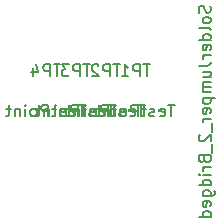
<source format=gbr>
%TF.GenerationSoftware,KiCad,Pcbnew,6.0.2+dfsg-1*%
%TF.CreationDate,2023-02-09T12:57:18+13:00*%
%TF.ProjectId,BRAWN-100_LOGIC,42524157-4e2d-4313-9030-5f4c4f474943,v1.0*%
%TF.SameCoordinates,Original*%
%TF.FileFunction,AssemblyDrawing,Bot*%
%FSLAX46Y46*%
G04 Gerber Fmt 4.6, Leading zero omitted, Abs format (unit mm)*
G04 Created by KiCad (PCBNEW 6.0.2+dfsg-1) date 2023-02-09 12:57:18*
%MOMM*%
%LPD*%
G01*
G04 APERTURE LIST*
%ADD10C,0.150000*%
G04 APERTURE END LIST*
D10*
%TO.C,TP1*%
X204603333Y-152472380D02*
X204031904Y-152472380D01*
X204317619Y-153472380D02*
X204317619Y-152472380D01*
X203317619Y-153424761D02*
X203412857Y-153472380D01*
X203603333Y-153472380D01*
X203698571Y-153424761D01*
X203746190Y-153329523D01*
X203746190Y-152948571D01*
X203698571Y-152853333D01*
X203603333Y-152805714D01*
X203412857Y-152805714D01*
X203317619Y-152853333D01*
X203270000Y-152948571D01*
X203270000Y-153043809D01*
X203746190Y-153139047D01*
X202889047Y-153424761D02*
X202793809Y-153472380D01*
X202603333Y-153472380D01*
X202508095Y-153424761D01*
X202460476Y-153329523D01*
X202460476Y-153281904D01*
X202508095Y-153186666D01*
X202603333Y-153139047D01*
X202746190Y-153139047D01*
X202841428Y-153091428D01*
X202889047Y-152996190D01*
X202889047Y-152948571D01*
X202841428Y-152853333D01*
X202746190Y-152805714D01*
X202603333Y-152805714D01*
X202508095Y-152853333D01*
X202174761Y-152805714D02*
X201793809Y-152805714D01*
X202031904Y-152472380D02*
X202031904Y-153329523D01*
X201984285Y-153424761D01*
X201889047Y-153472380D01*
X201793809Y-153472380D01*
X201460476Y-153472380D02*
X201460476Y-152472380D01*
X201079523Y-152472380D01*
X200984285Y-152520000D01*
X200936666Y-152567619D01*
X200889047Y-152662857D01*
X200889047Y-152805714D01*
X200936666Y-152900952D01*
X200984285Y-152948571D01*
X201079523Y-152996190D01*
X201460476Y-152996190D01*
X200317619Y-153472380D02*
X200412857Y-153424761D01*
X200460476Y-153377142D01*
X200508095Y-153281904D01*
X200508095Y-152996190D01*
X200460476Y-152900952D01*
X200412857Y-152853333D01*
X200317619Y-152805714D01*
X200174761Y-152805714D01*
X200079523Y-152853333D01*
X200031904Y-152900952D01*
X199984285Y-152996190D01*
X199984285Y-153281904D01*
X200031904Y-153377142D01*
X200079523Y-153424761D01*
X200174761Y-153472380D01*
X200317619Y-153472380D01*
X199555714Y-153472380D02*
X199555714Y-152805714D01*
X199555714Y-152472380D02*
X199603333Y-152520000D01*
X199555714Y-152567619D01*
X199508095Y-152520000D01*
X199555714Y-152472380D01*
X199555714Y-152567619D01*
X199079523Y-152805714D02*
X199079523Y-153472380D01*
X199079523Y-152900952D02*
X199031904Y-152853333D01*
X198936666Y-152805714D01*
X198793809Y-152805714D01*
X198698571Y-152853333D01*
X198650952Y-152948571D01*
X198650952Y-153472380D01*
X198317619Y-152805714D02*
X197936666Y-152805714D01*
X198174761Y-152472380D02*
X198174761Y-153329523D01*
X198127142Y-153424761D01*
X198031904Y-153472380D01*
X197936666Y-153472380D01*
X202531904Y-149072380D02*
X201960476Y-149072380D01*
X202246190Y-150072380D02*
X202246190Y-149072380D01*
X201627142Y-150072380D02*
X201627142Y-149072380D01*
X201246190Y-149072380D01*
X201150952Y-149120000D01*
X201103333Y-149167619D01*
X201055714Y-149262857D01*
X201055714Y-149405714D01*
X201103333Y-149500952D01*
X201150952Y-149548571D01*
X201246190Y-149596190D01*
X201627142Y-149596190D01*
X200103333Y-150072380D02*
X200674761Y-150072380D01*
X200389047Y-150072380D02*
X200389047Y-149072380D01*
X200484285Y-149215238D01*
X200579523Y-149310476D01*
X200674761Y-149358095D01*
%TO.C,TP2*%
X202063333Y-152472380D02*
X201491904Y-152472380D01*
X201777619Y-153472380D02*
X201777619Y-152472380D01*
X200777619Y-153424761D02*
X200872857Y-153472380D01*
X201063333Y-153472380D01*
X201158571Y-153424761D01*
X201206190Y-153329523D01*
X201206190Y-152948571D01*
X201158571Y-152853333D01*
X201063333Y-152805714D01*
X200872857Y-152805714D01*
X200777619Y-152853333D01*
X200730000Y-152948571D01*
X200730000Y-153043809D01*
X201206190Y-153139047D01*
X200349047Y-153424761D02*
X200253809Y-153472380D01*
X200063333Y-153472380D01*
X199968095Y-153424761D01*
X199920476Y-153329523D01*
X199920476Y-153281904D01*
X199968095Y-153186666D01*
X200063333Y-153139047D01*
X200206190Y-153139047D01*
X200301428Y-153091428D01*
X200349047Y-152996190D01*
X200349047Y-152948571D01*
X200301428Y-152853333D01*
X200206190Y-152805714D01*
X200063333Y-152805714D01*
X199968095Y-152853333D01*
X199634761Y-152805714D02*
X199253809Y-152805714D01*
X199491904Y-152472380D02*
X199491904Y-153329523D01*
X199444285Y-153424761D01*
X199349047Y-153472380D01*
X199253809Y-153472380D01*
X198920476Y-153472380D02*
X198920476Y-152472380D01*
X198539523Y-152472380D01*
X198444285Y-152520000D01*
X198396666Y-152567619D01*
X198349047Y-152662857D01*
X198349047Y-152805714D01*
X198396666Y-152900952D01*
X198444285Y-152948571D01*
X198539523Y-152996190D01*
X198920476Y-152996190D01*
X197777619Y-153472380D02*
X197872857Y-153424761D01*
X197920476Y-153377142D01*
X197968095Y-153281904D01*
X197968095Y-152996190D01*
X197920476Y-152900952D01*
X197872857Y-152853333D01*
X197777619Y-152805714D01*
X197634761Y-152805714D01*
X197539523Y-152853333D01*
X197491904Y-152900952D01*
X197444285Y-152996190D01*
X197444285Y-153281904D01*
X197491904Y-153377142D01*
X197539523Y-153424761D01*
X197634761Y-153472380D01*
X197777619Y-153472380D01*
X197015714Y-153472380D02*
X197015714Y-152805714D01*
X197015714Y-152472380D02*
X197063333Y-152520000D01*
X197015714Y-152567619D01*
X196968095Y-152520000D01*
X197015714Y-152472380D01*
X197015714Y-152567619D01*
X196539523Y-152805714D02*
X196539523Y-153472380D01*
X196539523Y-152900952D02*
X196491904Y-152853333D01*
X196396666Y-152805714D01*
X196253809Y-152805714D01*
X196158571Y-152853333D01*
X196110952Y-152948571D01*
X196110952Y-153472380D01*
X195777619Y-152805714D02*
X195396666Y-152805714D01*
X195634761Y-152472380D02*
X195634761Y-153329523D01*
X195587142Y-153424761D01*
X195491904Y-153472380D01*
X195396666Y-153472380D01*
X199991904Y-149072380D02*
X199420476Y-149072380D01*
X199706190Y-150072380D02*
X199706190Y-149072380D01*
X199087142Y-150072380D02*
X199087142Y-149072380D01*
X198706190Y-149072380D01*
X198610952Y-149120000D01*
X198563333Y-149167619D01*
X198515714Y-149262857D01*
X198515714Y-149405714D01*
X198563333Y-149500952D01*
X198610952Y-149548571D01*
X198706190Y-149596190D01*
X199087142Y-149596190D01*
X198134761Y-149167619D02*
X198087142Y-149120000D01*
X197991904Y-149072380D01*
X197753809Y-149072380D01*
X197658571Y-149120000D01*
X197610952Y-149167619D01*
X197563333Y-149262857D01*
X197563333Y-149358095D01*
X197610952Y-149500952D01*
X198182380Y-150072380D01*
X197563333Y-150072380D01*
%TO.C,TP3*%
X199523333Y-152472380D02*
X198951904Y-152472380D01*
X199237619Y-153472380D02*
X199237619Y-152472380D01*
X198237619Y-153424761D02*
X198332857Y-153472380D01*
X198523333Y-153472380D01*
X198618571Y-153424761D01*
X198666190Y-153329523D01*
X198666190Y-152948571D01*
X198618571Y-152853333D01*
X198523333Y-152805714D01*
X198332857Y-152805714D01*
X198237619Y-152853333D01*
X198190000Y-152948571D01*
X198190000Y-153043809D01*
X198666190Y-153139047D01*
X197809047Y-153424761D02*
X197713809Y-153472380D01*
X197523333Y-153472380D01*
X197428095Y-153424761D01*
X197380476Y-153329523D01*
X197380476Y-153281904D01*
X197428095Y-153186666D01*
X197523333Y-153139047D01*
X197666190Y-153139047D01*
X197761428Y-153091428D01*
X197809047Y-152996190D01*
X197809047Y-152948571D01*
X197761428Y-152853333D01*
X197666190Y-152805714D01*
X197523333Y-152805714D01*
X197428095Y-152853333D01*
X197094761Y-152805714D02*
X196713809Y-152805714D01*
X196951904Y-152472380D02*
X196951904Y-153329523D01*
X196904285Y-153424761D01*
X196809047Y-153472380D01*
X196713809Y-153472380D01*
X196380476Y-153472380D02*
X196380476Y-152472380D01*
X195999523Y-152472380D01*
X195904285Y-152520000D01*
X195856666Y-152567619D01*
X195809047Y-152662857D01*
X195809047Y-152805714D01*
X195856666Y-152900952D01*
X195904285Y-152948571D01*
X195999523Y-152996190D01*
X196380476Y-152996190D01*
X195237619Y-153472380D02*
X195332857Y-153424761D01*
X195380476Y-153377142D01*
X195428095Y-153281904D01*
X195428095Y-152996190D01*
X195380476Y-152900952D01*
X195332857Y-152853333D01*
X195237619Y-152805714D01*
X195094761Y-152805714D01*
X194999523Y-152853333D01*
X194951904Y-152900952D01*
X194904285Y-152996190D01*
X194904285Y-153281904D01*
X194951904Y-153377142D01*
X194999523Y-153424761D01*
X195094761Y-153472380D01*
X195237619Y-153472380D01*
X194475714Y-153472380D02*
X194475714Y-152805714D01*
X194475714Y-152472380D02*
X194523333Y-152520000D01*
X194475714Y-152567619D01*
X194428095Y-152520000D01*
X194475714Y-152472380D01*
X194475714Y-152567619D01*
X193999523Y-152805714D02*
X193999523Y-153472380D01*
X193999523Y-152900952D02*
X193951904Y-152853333D01*
X193856666Y-152805714D01*
X193713809Y-152805714D01*
X193618571Y-152853333D01*
X193570952Y-152948571D01*
X193570952Y-153472380D01*
X193237619Y-152805714D02*
X192856666Y-152805714D01*
X193094761Y-152472380D02*
X193094761Y-153329523D01*
X193047142Y-153424761D01*
X192951904Y-153472380D01*
X192856666Y-153472380D01*
X197451904Y-149072380D02*
X196880476Y-149072380D01*
X197166190Y-150072380D02*
X197166190Y-149072380D01*
X196547142Y-150072380D02*
X196547142Y-149072380D01*
X196166190Y-149072380D01*
X196070952Y-149120000D01*
X196023333Y-149167619D01*
X195975714Y-149262857D01*
X195975714Y-149405714D01*
X196023333Y-149500952D01*
X196070952Y-149548571D01*
X196166190Y-149596190D01*
X196547142Y-149596190D01*
X195642380Y-149072380D02*
X195023333Y-149072380D01*
X195356666Y-149453333D01*
X195213809Y-149453333D01*
X195118571Y-149500952D01*
X195070952Y-149548571D01*
X195023333Y-149643809D01*
X195023333Y-149881904D01*
X195070952Y-149977142D01*
X195118571Y-150024761D01*
X195213809Y-150072380D01*
X195499523Y-150072380D01*
X195594761Y-150024761D01*
X195642380Y-149977142D01*
%TO.C,TP4*%
X196998333Y-152472380D02*
X196426904Y-152472380D01*
X196712619Y-153472380D02*
X196712619Y-152472380D01*
X195712619Y-153424761D02*
X195807857Y-153472380D01*
X195998333Y-153472380D01*
X196093571Y-153424761D01*
X196141190Y-153329523D01*
X196141190Y-152948571D01*
X196093571Y-152853333D01*
X195998333Y-152805714D01*
X195807857Y-152805714D01*
X195712619Y-152853333D01*
X195665000Y-152948571D01*
X195665000Y-153043809D01*
X196141190Y-153139047D01*
X195284047Y-153424761D02*
X195188809Y-153472380D01*
X194998333Y-153472380D01*
X194903095Y-153424761D01*
X194855476Y-153329523D01*
X194855476Y-153281904D01*
X194903095Y-153186666D01*
X194998333Y-153139047D01*
X195141190Y-153139047D01*
X195236428Y-153091428D01*
X195284047Y-152996190D01*
X195284047Y-152948571D01*
X195236428Y-152853333D01*
X195141190Y-152805714D01*
X194998333Y-152805714D01*
X194903095Y-152853333D01*
X194569761Y-152805714D02*
X194188809Y-152805714D01*
X194426904Y-152472380D02*
X194426904Y-153329523D01*
X194379285Y-153424761D01*
X194284047Y-153472380D01*
X194188809Y-153472380D01*
X193855476Y-153472380D02*
X193855476Y-152472380D01*
X193474523Y-152472380D01*
X193379285Y-152520000D01*
X193331666Y-152567619D01*
X193284047Y-152662857D01*
X193284047Y-152805714D01*
X193331666Y-152900952D01*
X193379285Y-152948571D01*
X193474523Y-152996190D01*
X193855476Y-152996190D01*
X192712619Y-153472380D02*
X192807857Y-153424761D01*
X192855476Y-153377142D01*
X192903095Y-153281904D01*
X192903095Y-152996190D01*
X192855476Y-152900952D01*
X192807857Y-152853333D01*
X192712619Y-152805714D01*
X192569761Y-152805714D01*
X192474523Y-152853333D01*
X192426904Y-152900952D01*
X192379285Y-152996190D01*
X192379285Y-153281904D01*
X192426904Y-153377142D01*
X192474523Y-153424761D01*
X192569761Y-153472380D01*
X192712619Y-153472380D01*
X191950714Y-153472380D02*
X191950714Y-152805714D01*
X191950714Y-152472380D02*
X191998333Y-152520000D01*
X191950714Y-152567619D01*
X191903095Y-152520000D01*
X191950714Y-152472380D01*
X191950714Y-152567619D01*
X191474523Y-152805714D02*
X191474523Y-153472380D01*
X191474523Y-152900952D02*
X191426904Y-152853333D01*
X191331666Y-152805714D01*
X191188809Y-152805714D01*
X191093571Y-152853333D01*
X191045952Y-152948571D01*
X191045952Y-153472380D01*
X190712619Y-152805714D02*
X190331666Y-152805714D01*
X190569761Y-152472380D02*
X190569761Y-153329523D01*
X190522142Y-153424761D01*
X190426904Y-153472380D01*
X190331666Y-153472380D01*
X194926904Y-149072380D02*
X194355476Y-149072380D01*
X194641190Y-150072380D02*
X194641190Y-149072380D01*
X194022142Y-150072380D02*
X194022142Y-149072380D01*
X193641190Y-149072380D01*
X193545952Y-149120000D01*
X193498333Y-149167619D01*
X193450714Y-149262857D01*
X193450714Y-149405714D01*
X193498333Y-149500952D01*
X193545952Y-149548571D01*
X193641190Y-149596190D01*
X194022142Y-149596190D01*
X192593571Y-149405714D02*
X192593571Y-150072380D01*
X192831666Y-149024761D02*
X193069761Y-149739047D01*
X192450714Y-149739047D01*
%TO.C,JP1*%
X207595008Y-144112485D02*
X207642627Y-144255342D01*
X207642627Y-144493437D01*
X207595008Y-144588675D01*
X207547389Y-144636294D01*
X207452151Y-144683913D01*
X207356913Y-144683913D01*
X207261675Y-144636294D01*
X207214056Y-144588675D01*
X207166437Y-144493437D01*
X207118818Y-144302961D01*
X207071199Y-144207723D01*
X207023580Y-144160104D01*
X206928342Y-144112485D01*
X206833104Y-144112485D01*
X206737866Y-144160104D01*
X206690247Y-144207723D01*
X206642627Y-144302961D01*
X206642627Y-144541056D01*
X206690247Y-144683913D01*
X207642627Y-145255342D02*
X207595008Y-145160104D01*
X207547389Y-145112485D01*
X207452151Y-145064866D01*
X207166437Y-145064866D01*
X207071199Y-145112485D01*
X207023580Y-145160104D01*
X206975961Y-145255342D01*
X206975961Y-145398199D01*
X207023580Y-145493437D01*
X207071199Y-145541056D01*
X207166437Y-145588675D01*
X207452151Y-145588675D01*
X207547389Y-145541056D01*
X207595008Y-145493437D01*
X207642627Y-145398199D01*
X207642627Y-145255342D01*
X207642627Y-146160104D02*
X207595008Y-146064866D01*
X207499770Y-146017246D01*
X206642627Y-146017246D01*
X207642627Y-146969627D02*
X206642627Y-146969627D01*
X207595008Y-146969627D02*
X207642627Y-146874389D01*
X207642627Y-146683913D01*
X207595008Y-146588675D01*
X207547389Y-146541056D01*
X207452151Y-146493437D01*
X207166437Y-146493437D01*
X207071199Y-146541056D01*
X207023580Y-146588675D01*
X206975961Y-146683913D01*
X206975961Y-146874389D01*
X207023580Y-146969627D01*
X207595008Y-147826770D02*
X207642627Y-147731532D01*
X207642627Y-147541056D01*
X207595008Y-147445818D01*
X207499770Y-147398199D01*
X207118818Y-147398199D01*
X207023580Y-147445818D01*
X206975961Y-147541056D01*
X206975961Y-147731532D01*
X207023580Y-147826770D01*
X207118818Y-147874389D01*
X207214056Y-147874389D01*
X207309294Y-147398199D01*
X207642627Y-148302961D02*
X206975961Y-148302961D01*
X207166437Y-148302961D02*
X207071199Y-148350580D01*
X207023580Y-148398199D01*
X206975961Y-148493437D01*
X206975961Y-148588675D01*
X206642627Y-149207723D02*
X207356913Y-149207723D01*
X207499770Y-149160104D01*
X207595008Y-149064866D01*
X207642627Y-148922008D01*
X207642627Y-148826770D01*
X206975961Y-150112485D02*
X207642627Y-150112485D01*
X206975961Y-149683913D02*
X207499770Y-149683913D01*
X207595008Y-149731532D01*
X207642627Y-149826770D01*
X207642627Y-149969627D01*
X207595008Y-150064866D01*
X207547389Y-150112485D01*
X207642627Y-150588675D02*
X206975961Y-150588675D01*
X207071199Y-150588675D02*
X207023580Y-150636294D01*
X206975961Y-150731532D01*
X206975961Y-150874389D01*
X207023580Y-150969627D01*
X207118818Y-151017246D01*
X207642627Y-151017246D01*
X207118818Y-151017246D02*
X207023580Y-151064866D01*
X206975961Y-151160104D01*
X206975961Y-151302961D01*
X207023580Y-151398199D01*
X207118818Y-151445818D01*
X207642627Y-151445818D01*
X206975961Y-151922008D02*
X207975961Y-151922008D01*
X207023580Y-151922008D02*
X206975961Y-152017246D01*
X206975961Y-152207723D01*
X207023580Y-152302961D01*
X207071199Y-152350580D01*
X207166437Y-152398199D01*
X207452151Y-152398199D01*
X207547389Y-152350580D01*
X207595008Y-152302961D01*
X207642627Y-152207723D01*
X207642627Y-152017246D01*
X207595008Y-151922008D01*
X207595008Y-153207723D02*
X207642627Y-153112485D01*
X207642627Y-152922008D01*
X207595008Y-152826770D01*
X207499770Y-152779151D01*
X207118818Y-152779151D01*
X207023580Y-152826770D01*
X206975961Y-152922008D01*
X206975961Y-153112485D01*
X207023580Y-153207723D01*
X207118818Y-153255342D01*
X207214056Y-153255342D01*
X207309294Y-152779151D01*
X207642627Y-153683913D02*
X206975961Y-153683913D01*
X207166437Y-153683913D02*
X207071199Y-153731532D01*
X207023580Y-153779151D01*
X206975961Y-153874389D01*
X206975961Y-153969627D01*
X207737866Y-154064866D02*
X207737866Y-154826770D01*
X206737866Y-155017246D02*
X206690247Y-155064866D01*
X206642627Y-155160104D01*
X206642627Y-155398199D01*
X206690247Y-155493437D01*
X206737866Y-155541056D01*
X206833104Y-155588675D01*
X206928342Y-155588675D01*
X207071199Y-155541056D01*
X207642627Y-154969627D01*
X207642627Y-155588675D01*
X207737866Y-155779151D02*
X207737866Y-156541056D01*
X207118818Y-157112485D02*
X207166437Y-157255342D01*
X207214056Y-157302961D01*
X207309294Y-157350580D01*
X207452151Y-157350580D01*
X207547389Y-157302961D01*
X207595008Y-157255342D01*
X207642627Y-157160104D01*
X207642627Y-156779151D01*
X206642627Y-156779151D01*
X206642627Y-157112485D01*
X206690247Y-157207723D01*
X206737866Y-157255342D01*
X206833104Y-157302961D01*
X206928342Y-157302961D01*
X207023580Y-157255342D01*
X207071199Y-157207723D01*
X207118818Y-157112485D01*
X207118818Y-156779151D01*
X207642627Y-157779151D02*
X206975961Y-157779151D01*
X207166437Y-157779151D02*
X207071199Y-157826770D01*
X207023580Y-157874389D01*
X206975961Y-157969627D01*
X206975961Y-158064866D01*
X207642627Y-158398199D02*
X206975961Y-158398199D01*
X206642627Y-158398199D02*
X206690247Y-158350580D01*
X206737866Y-158398199D01*
X206690247Y-158445818D01*
X206642627Y-158398199D01*
X206737866Y-158398199D01*
X207642627Y-159302961D02*
X206642627Y-159302961D01*
X207595008Y-159302961D02*
X207642627Y-159207723D01*
X207642627Y-159017246D01*
X207595008Y-158922008D01*
X207547389Y-158874389D01*
X207452151Y-158826770D01*
X207166437Y-158826770D01*
X207071199Y-158874389D01*
X207023580Y-158922008D01*
X206975961Y-159017246D01*
X206975961Y-159207723D01*
X207023580Y-159302961D01*
X206975961Y-160207723D02*
X207785485Y-160207723D01*
X207880723Y-160160104D01*
X207928342Y-160112485D01*
X207975961Y-160017246D01*
X207975961Y-159874389D01*
X207928342Y-159779151D01*
X207595008Y-160207723D02*
X207642627Y-160112485D01*
X207642627Y-159922008D01*
X207595008Y-159826770D01*
X207547389Y-159779151D01*
X207452151Y-159731532D01*
X207166437Y-159731532D01*
X207071199Y-159779151D01*
X207023580Y-159826770D01*
X206975961Y-159922008D01*
X206975961Y-160112485D01*
X207023580Y-160207723D01*
X207595008Y-161064866D02*
X207642627Y-160969627D01*
X207642627Y-160779151D01*
X207595008Y-160683913D01*
X207499770Y-160636294D01*
X207118818Y-160636294D01*
X207023580Y-160683913D01*
X206975961Y-160779151D01*
X206975961Y-160969627D01*
X207023580Y-161064866D01*
X207118818Y-161112485D01*
X207214056Y-161112485D01*
X207309294Y-160636294D01*
X207642627Y-161969627D02*
X206642627Y-161969627D01*
X207595008Y-161969627D02*
X207642627Y-161874389D01*
X207642627Y-161683913D01*
X207595008Y-161588675D01*
X207547389Y-161541056D01*
X207452151Y-161493437D01*
X207166437Y-161493437D01*
X207071199Y-161541056D01*
X207023580Y-161588675D01*
X206975961Y-161683913D01*
X206975961Y-161874389D01*
X207023580Y-161969627D01*
%TD*%
M02*

</source>
